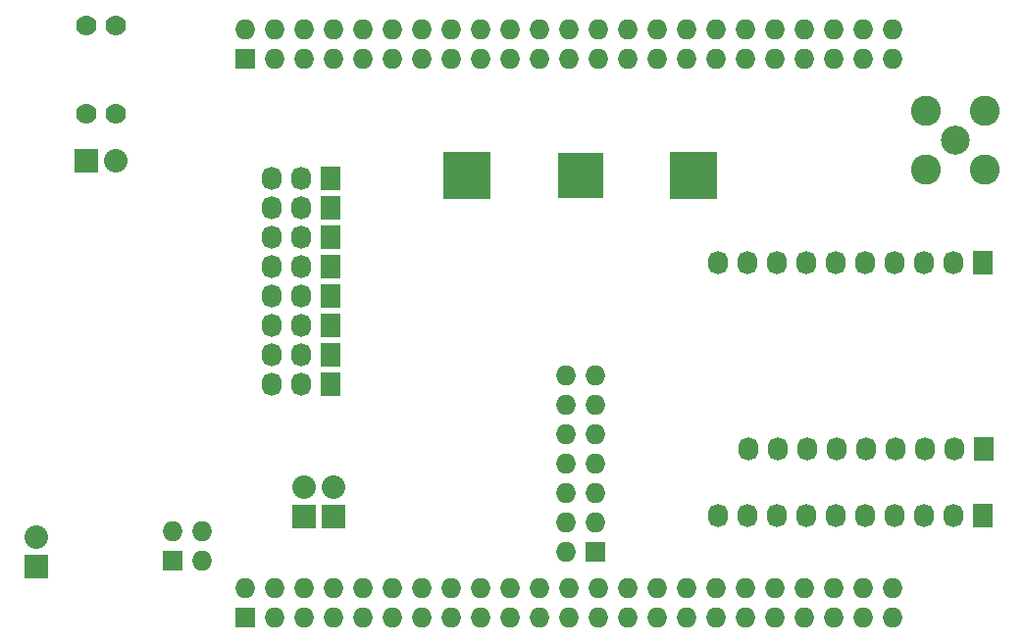
<source format=gbs>
%FSLAX46Y46*%
G04 Gerber Fmt 4.6, Leading zero omitted, Abs format (unit mm)*
G04 Created by KiCad (PCBNEW (2014-09-22 BZR 5144)-product) date Sat 29 Nov 2014 08:33:21 PM CET*
%MOMM*%
G01*
G04 APERTURE LIST*
%ADD10C,0.100000*%
%ADD11R,4.170000X4.170000*%
%ADD12R,3.960000X3.960000*%
%ADD13O,1.727200X2.032000*%
%ADD14R,1.727200X2.032000*%
%ADD15R,1.727200X1.727200*%
%ADD16O,1.727200X1.727200*%
%ADD17C,2.500000*%
%ADD18C,2.600000*%
%ADD19R,2.032000X2.032000*%
%ADD20O,2.032000X2.032000*%
%ADD21C,1.778000*%
G04 APERTURE END LIST*
D10*
D11*
X160646000Y-81788000D03*
X141106000Y-81788000D03*
D12*
X150876000Y-81788000D03*
D13*
X162719000Y-111154000D03*
X165259000Y-111154000D03*
X167799000Y-111154000D03*
X170339000Y-111154000D03*
X172879000Y-111154000D03*
X175419000Y-111154000D03*
X177959000Y-111154000D03*
X180499000Y-111154000D03*
X183039000Y-111154000D03*
D14*
X185579000Y-111154000D03*
X185579000Y-89379000D03*
D13*
X183039000Y-89379000D03*
X180499000Y-89379000D03*
X177959000Y-89379000D03*
X175419000Y-89379000D03*
X172879000Y-89379000D03*
X170339000Y-89379000D03*
X167799000Y-89379000D03*
X165259000Y-89379000D03*
X162719000Y-89379000D03*
D15*
X121920000Y-120015000D03*
D16*
X121920000Y-117475000D03*
X124460000Y-120015000D03*
X124460000Y-117475000D03*
X127000000Y-120015000D03*
X127000000Y-117475000D03*
X129540000Y-120015000D03*
X129540000Y-117475000D03*
X132080000Y-120015000D03*
X132080000Y-117475000D03*
X134620000Y-120015000D03*
X134620000Y-117475000D03*
X137160000Y-120015000D03*
X137160000Y-117475000D03*
X139700000Y-120015000D03*
X139700000Y-117475000D03*
X142240000Y-120015000D03*
X142240000Y-117475000D03*
X144780000Y-120015000D03*
X144780000Y-117475000D03*
X147320000Y-120015000D03*
X147320000Y-117475000D03*
X149860000Y-120015000D03*
X149860000Y-117475000D03*
X152400000Y-120015000D03*
X152400000Y-117475000D03*
X154940000Y-120015000D03*
X154940000Y-117475000D03*
X157480000Y-120015000D03*
X157480000Y-117475000D03*
X160020000Y-120015000D03*
X160020000Y-117475000D03*
X162560000Y-120015000D03*
X162560000Y-117475000D03*
X165100000Y-120015000D03*
X165100000Y-117475000D03*
X167640000Y-120015000D03*
X167640000Y-117475000D03*
X170180000Y-120015000D03*
X170180000Y-117475000D03*
X172720000Y-120015000D03*
X172720000Y-117475000D03*
X175260000Y-120015000D03*
X175260000Y-117475000D03*
X177800000Y-120015000D03*
X177800000Y-117475000D03*
D15*
X121920000Y-71755000D03*
D16*
X121920000Y-69215000D03*
X124460000Y-71755000D03*
X124460000Y-69215000D03*
X127000000Y-71755000D03*
X127000000Y-69215000D03*
X129540000Y-71755000D03*
X129540000Y-69215000D03*
X132080000Y-71755000D03*
X132080000Y-69215000D03*
X134620000Y-71755000D03*
X134620000Y-69215000D03*
X137160000Y-71755000D03*
X137160000Y-69215000D03*
X139700000Y-71755000D03*
X139700000Y-69215000D03*
X142240000Y-71755000D03*
X142240000Y-69215000D03*
X144780000Y-71755000D03*
X144780000Y-69215000D03*
X147320000Y-71755000D03*
X147320000Y-69215000D03*
X149860000Y-71755000D03*
X149860000Y-69215000D03*
X152400000Y-71755000D03*
X152400000Y-69215000D03*
X154940000Y-71755000D03*
X154940000Y-69215000D03*
X157480000Y-71755000D03*
X157480000Y-69215000D03*
X160020000Y-71755000D03*
X160020000Y-69215000D03*
X162560000Y-71755000D03*
X162560000Y-69215000D03*
X165100000Y-71755000D03*
X165100000Y-69215000D03*
X167640000Y-71755000D03*
X167640000Y-69215000D03*
X170180000Y-71755000D03*
X170180000Y-69215000D03*
X172720000Y-71755000D03*
X172720000Y-69215000D03*
X175260000Y-71755000D03*
X175260000Y-69215000D03*
X177800000Y-71755000D03*
X177800000Y-69215000D03*
D17*
X183238000Y-78774000D03*
D18*
X185778000Y-81314000D03*
X185778000Y-76234000D03*
X180698000Y-76234000D03*
X180698000Y-81314000D03*
D19*
X108204000Y-80518000D03*
D20*
X110744000Y-80518000D03*
D19*
X127000000Y-111252000D03*
D20*
X127000000Y-108712000D03*
D19*
X129540000Y-111252000D03*
D20*
X129540000Y-108712000D03*
D14*
X185674000Y-105410000D03*
D13*
X183134000Y-105410000D03*
X180594000Y-105410000D03*
X178054000Y-105410000D03*
X175514000Y-105410000D03*
X172974000Y-105410000D03*
X170434000Y-105410000D03*
X167894000Y-105410000D03*
X165354000Y-105410000D03*
D15*
X115697000Y-115062000D03*
D16*
X115697000Y-112522000D03*
X118237000Y-115062000D03*
X118237000Y-112522000D03*
D19*
X103886000Y-115570000D03*
D20*
X103886000Y-113030000D03*
D21*
X108204000Y-76454000D03*
X110744000Y-76454000D03*
X110744000Y-68834000D03*
X108204000Y-68834000D03*
D14*
X129286000Y-82042000D03*
D13*
X126746000Y-82042000D03*
X124206000Y-82042000D03*
D14*
X129286000Y-84582000D03*
D13*
X126746000Y-84582000D03*
X124206000Y-84582000D03*
D14*
X129286000Y-87122000D03*
D13*
X126746000Y-87122000D03*
X124206000Y-87122000D03*
D14*
X129286000Y-89662000D03*
D13*
X126746000Y-89662000D03*
X124206000Y-89662000D03*
D14*
X129286000Y-92202000D03*
D13*
X126746000Y-92202000D03*
X124206000Y-92202000D03*
D14*
X129286000Y-94742000D03*
D13*
X126746000Y-94742000D03*
X124206000Y-94742000D03*
D14*
X129286000Y-97282000D03*
D13*
X126746000Y-97282000D03*
X124206000Y-97282000D03*
D14*
X129286000Y-99822000D03*
D13*
X126746000Y-99822000D03*
X124206000Y-99822000D03*
D15*
X152146000Y-114300000D03*
D16*
X149606000Y-114300000D03*
X152146000Y-111760000D03*
X149606000Y-111760000D03*
X152146000Y-109220000D03*
X149606000Y-109220000D03*
X152146000Y-106680000D03*
X149606000Y-106680000D03*
X152146000Y-104140000D03*
X149606000Y-104140000D03*
X152146000Y-101600000D03*
X149606000Y-101600000D03*
X152146000Y-99060000D03*
X149606000Y-99060000D03*
M02*

</source>
